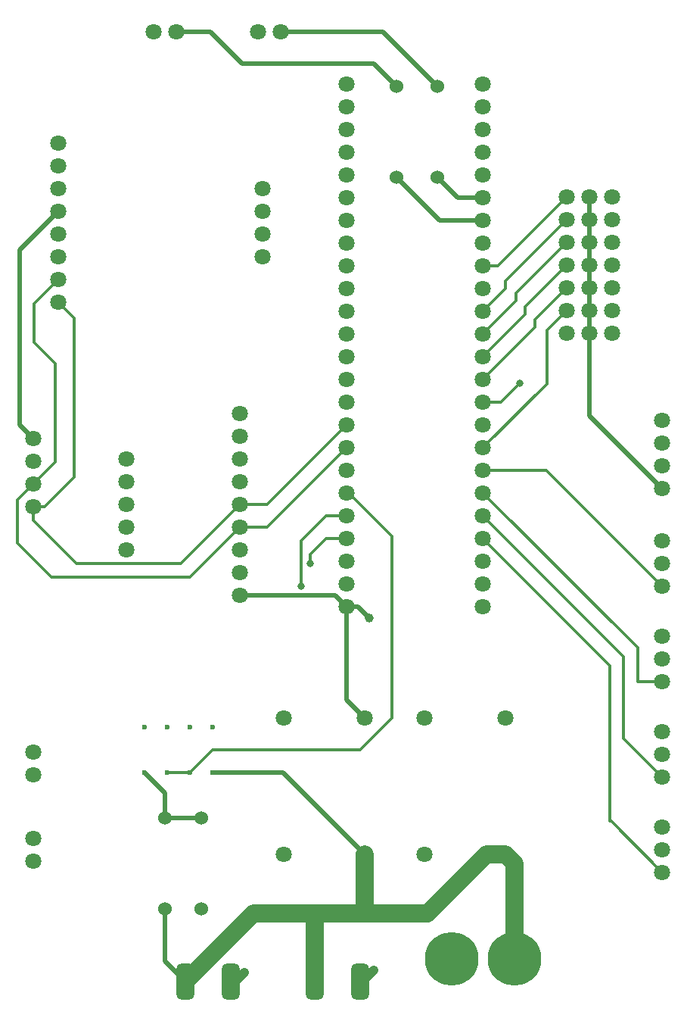
<source format=gtl>
%TF.GenerationSoftware,KiCad,Pcbnew,(6.0.9)*%
%TF.CreationDate,2023-02-25T10:50:01-08:00*%
%TF.ProjectId,FlightBread,466c6967-6874-4427-9265-61642e6b6963,rev?*%
%TF.SameCoordinates,Original*%
%TF.FileFunction,Copper,L1,Top*%
%TF.FilePolarity,Positive*%
%FSLAX46Y46*%
G04 Gerber Fmt 4.6, Leading zero omitted, Abs format (unit mm)*
G04 Created by KiCad (PCBNEW (6.0.9)) date 2023-02-25 10:50:01*
%MOMM*%
%LPD*%
G01*
G04 APERTURE LIST*
G04 Aperture macros list*
%AMRoundRect*
0 Rectangle with rounded corners*
0 $1 Rounding radius*
0 $2 $3 $4 $5 $6 $7 $8 $9 X,Y pos of 4 corners*
0 Add a 4 corners polygon primitive as box body*
4,1,4,$2,$3,$4,$5,$6,$7,$8,$9,$2,$3,0*
0 Add four circle primitives for the rounded corners*
1,1,$1+$1,$2,$3*
1,1,$1+$1,$4,$5*
1,1,$1+$1,$6,$7*
1,1,$1+$1,$8,$9*
0 Add four rect primitives between the rounded corners*
20,1,$1+$1,$2,$3,$4,$5,0*
20,1,$1+$1,$4,$5,$6,$7,0*
20,1,$1+$1,$6,$7,$8,$9,0*
20,1,$1+$1,$8,$9,$2,$3,0*%
G04 Aperture macros list end*
%TA.AperFunction,ComponentPad*%
%ADD10C,1.524000*%
%TD*%
%TA.AperFunction,ComponentPad*%
%ADD11C,1.800000*%
%TD*%
%TA.AperFunction,ComponentPad*%
%ADD12C,6.000000*%
%TD*%
%TA.AperFunction,ComponentPad*%
%ADD13C,0.600000*%
%TD*%
%TA.AperFunction,SMDPad,CuDef*%
%ADD14RoundRect,0.500000X-0.500000X-1.500000X0.500000X-1.500000X0.500000X1.500000X-0.500000X1.500000X0*%
%TD*%
%TA.AperFunction,ViaPad*%
%ADD15C,0.800000*%
%TD*%
%TA.AperFunction,ViaPad*%
%ADD16C,1.000000*%
%TD*%
%TA.AperFunction,Conductor*%
%ADD17C,0.300000*%
%TD*%
%TA.AperFunction,Conductor*%
%ADD18C,2.000000*%
%TD*%
%TA.AperFunction,Conductor*%
%ADD19C,0.500000*%
%TD*%
%TA.AperFunction,Conductor*%
%ADD20C,1.000000*%
%TD*%
G04 APERTURE END LIST*
D10*
%TO.P,8V_BUCK1,1,VIN+*%
%TO.N,/BATT+*%
X104128000Y-158496000D03*
D11*
%TO.P,8V_BUCK1,2,VIN-*%
%TO.N,GND*%
X95008000Y-158496000D03*
%TO.P,8V_BUCK1,3,VOUT-*%
X95008000Y-143256000D03*
%TO.P,8V_BUCK1,4,VOUT+*%
%TO.N,+8V*%
X104128000Y-143256000D03*
%TD*%
D12*
%TO.P,BATT1,1,BATT+*%
%TO.N,/BATT+*%
X105100000Y-170180000D03*
%TO.P,BATT1,2,BATT-*%
%TO.N,GND*%
X98100000Y-170180000D03*
%TD*%
D10*
%TO.P,R2,1*%
%TO.N,Net-(LM358-Pad1)*%
X70104000Y-154432000D03*
%TO.P,R2,2*%
%TO.N,GND*%
X70104000Y-164592000D03*
%TD*%
%TO.P,R3,1*%
%TO.N,Net-(R3-Pad1)*%
X91948000Y-72644000D03*
%TO.P,R3,2*%
%TO.N,/BLUE_LED*%
X91948000Y-82804000D03*
%TD*%
%TO.P,5V_BUCK1,1,VIN+*%
%TO.N,/BATT+*%
X88380000Y-158496000D03*
D11*
%TO.P,5V_BUCK1,2,VIN-*%
%TO.N,GND*%
X79260000Y-158496000D03*
%TO.P,5V_BUCK1,3,VOUT-*%
X79260000Y-143256000D03*
%TO.P,5V_BUCK1,4,VOUT+*%
%TO.N,+5V*%
X88380000Y-143256000D03*
%TD*%
%TO.P,M2_SIGNAL1,1,S+*%
%TO.N,/M2_Signal*%
X51308000Y-156718000D03*
%TO.P,M2_SIGNAL1,2,S-*%
%TO.N,GND*%
X51308000Y-159258000D03*
%TD*%
%TO.P,RADIO1,1,CH1*%
%TO.N,/CH1*%
X110999425Y-84963000D03*
%TO.P,RADIO1,2,CH2*%
%TO.N,/CH2*%
X110999425Y-87503000D03*
%TO.P,RADIO1,3,CH3*%
%TO.N,/CH3*%
X110999425Y-90043000D03*
%TO.P,RADIO1,4,CH4*%
%TO.N,/CH4*%
X110999425Y-92583000D03*
%TO.P,RADIO1,5,CH5*%
%TO.N,/CH5*%
X110999425Y-95123000D03*
%TO.P,RADIO1,6,CH6*%
%TO.N,/CH6*%
X110999425Y-97663000D03*
%TO.P,RADIO1,7,B\u002A*%
%TO.N,unconnected-(RADIO1-Pad7)*%
X110999425Y-100203000D03*
%TO.P,RADIO1,8,VCC*%
%TO.N,+5V*%
X113539425Y-95123000D03*
X113539425Y-84963000D03*
X113539425Y-100203000D03*
X113539425Y-97663000D03*
X113539425Y-92583000D03*
X113539425Y-90043000D03*
X113539425Y-87503000D03*
%TO.P,RADIO1,9,GND*%
%TO.N,GND*%
X116079425Y-92583000D03*
X116079425Y-87503000D03*
X116079425Y-97663000D03*
X116079425Y-95123000D03*
X116079425Y-100203000D03*
X116079425Y-90043000D03*
X116079425Y-84963000D03*
%TD*%
D13*
%TO.P,LM358,1,+*%
%TO.N,Net-(LM358-Pad1)*%
X63754000Y-149352000D03*
%TO.P,LM358,2,-*%
%TO.N,/BATT_LEVEL*%
X66294000Y-149352000D03*
%TO.P,LM358,3*%
X68834000Y-149352000D03*
%TO.P,LM358,4,V+*%
%TO.N,/BATT+*%
X71374000Y-149352000D03*
%TO.P,LM358,5,V-*%
%TO.N,GND*%
X71374000Y-144272000D03*
%TO.P,LM358,6*%
%TO.N,N/C*%
X68834000Y-144272000D03*
%TO.P,LM358,7*%
X66294000Y-144272000D03*
%TO.P,LM358,8*%
X63754000Y-144272000D03*
%TD*%
D11*
%TO.P,SV3,1,PWM*%
%TO.N,/SV3_PWM*%
X121666000Y-139192000D03*
%TO.P,SV3,2,5V-8V*%
%TO.N,+8V*%
X121666000Y-136652000D03*
%TO.P,SV3,3,GND*%
%TO.N,GND*%
X121666000Y-134112000D03*
%TD*%
D10*
%TO.P,R4,1*%
%TO.N,Net-(RED1-Pad1)*%
X96520000Y-72644000D03*
%TO.P,R4,2*%
%TO.N,/RED_LED*%
X96520000Y-82804000D03*
%TD*%
D11*
%TO.P,SV1,1,PWM*%
%TO.N,/SV1_PWM*%
X121666000Y-160528000D03*
%TO.P,SV1,2,5V-8V*%
%TO.N,+8V*%
X121666000Y-157988000D03*
%TO.P,SV1,3,GND*%
%TO.N,GND*%
X121666000Y-155448000D03*
%TD*%
%TO.P,SV2,1,PWM*%
%TO.N,/SV2_PWM*%
X121666000Y-149860000D03*
%TO.P,SV2,2,5V-8V*%
%TO.N,+8V*%
X121666000Y-147320000D03*
%TO.P,SV2,3,GND*%
%TO.N,GND*%
X121666000Y-144780000D03*
%TD*%
%TO.P,TEENSY1,0,RX1*%
%TO.N,unconnected-(TEENSY1-Pad0)*%
X101600000Y-128270000D03*
%TO.P,TEENSY1,1,TX1*%
%TO.N,unconnected-(TEENSY1-Pad1)*%
X101600000Y-125730000D03*
%TO.P,TEENSY1,2*%
%TO.N,/SV1_PWM*%
X101600000Y-123190000D03*
%TO.P,TEENSY1,3*%
%TO.N,/SV2_PWM*%
X101600000Y-120650000D03*
%TO.P,TEENSY1,4*%
%TO.N,/SV3_PWM*%
X101600000Y-118110000D03*
%TO.P,TEENSY1,5*%
%TO.N,/SV4_PWM*%
X101600000Y-115570000D03*
%TO.P,TEENSY1,6*%
%TO.N,/CH6*%
X101600000Y-113030000D03*
%TO.P,TEENSY1,7,RX2*%
%TO.N,/RX2*%
X101600000Y-110490000D03*
%TO.P,TEENSY1,8,TX2*%
%TO.N,/TX2*%
X101600000Y-107950000D03*
%TO.P,TEENSY1,9*%
%TO.N,/CH5*%
X101600000Y-105410000D03*
%TO.P,TEENSY1,10*%
%TO.N,/CH4*%
X101600000Y-102870000D03*
%TO.P,TEENSY1,11*%
%TO.N,/CH3*%
X101600000Y-100330000D03*
%TO.P,TEENSY1,12*%
%TO.N,/CH2*%
X101600000Y-97790000D03*
%TO.P,TEENSY1,13,SCK(LED)*%
%TO.N,unconnected-(TEENSY1-Pad13)*%
X86360000Y-97790000D03*
%TO.P,TEENSY1,14,A0*%
%TO.N,unconnected-(TEENSY1-Pad14)*%
X86360000Y-100330000D03*
%TO.P,TEENSY1,15,A1*%
%TO.N,unconnected-(TEENSY1-Pad15)*%
X86360000Y-102870000D03*
%TO.P,TEENSY1,16,SCL1*%
%TO.N,unconnected-(TEENSY1-Pad16)*%
X86360000Y-105410000D03*
%TO.P,TEENSY1,17,SDA1*%
%TO.N,unconnected-(TEENSY1-Pad17)*%
X86360000Y-107950000D03*
%TO.P,TEENSY1,18,SDA*%
%TO.N,/SDA*%
X86360000Y-110490000D03*
%TO.P,TEENSY1,19,SCL*%
%TO.N,/SCL*%
X86360000Y-113030000D03*
%TO.P,TEENSY1,20,A6*%
%TO.N,unconnected-(TEENSY1-Pad20)*%
X86360000Y-115570000D03*
%TO.P,TEENSY1,21,A7*%
%TO.N,/BATT_LEVEL*%
X86360000Y-118110000D03*
%TO.P,TEENSY1,22,A8*%
%TO.N,/M2_Signal*%
X86360000Y-120650000D03*
%TO.P,TEENSY1,23,A9*%
%TO.N,/M1_Signal*%
X86360000Y-123190000D03*
%TO.P,TEENSY1,24,A10(SCL2)*%
%TO.N,/CH1*%
X101600000Y-92710000D03*
%TO.P,TEENSY1,25,A11(SDA2)*%
%TO.N,unconnected-(TEENSY1-Pad25)*%
X101600000Y-90170000D03*
%TO.P,TEENSY1,26,A12*%
%TO.N,/BLUE_LED*%
X101600000Y-87630000D03*
%TO.P,TEENSY1,27,A13*%
%TO.N,/RED_LED*%
X101600000Y-85090000D03*
%TO.P,TEENSY1,28,RX7*%
%TO.N,unconnected-(TEENSY1-Pad28)*%
X101600000Y-82550000D03*
%TO.P,TEENSY1,29,TX7*%
%TO.N,unconnected-(TEENSY1-Pad29)*%
X101600000Y-80010000D03*
%TO.P,TEENSY1,30,CRX3*%
%TO.N,unconnected-(TEENSY1-Pad30)*%
X101600000Y-77470000D03*
%TO.P,TEENSY1,31,CTX3*%
%TO.N,unconnected-(TEENSY1-Pad31)*%
X101600000Y-74930000D03*
%TO.P,TEENSY1,32,OUT1B*%
%TO.N,unconnected-(TEENSY1-Pad32)*%
X101600000Y-72390000D03*
%TO.P,TEENSY1,33,MCLK2*%
%TO.N,unconnected-(TEENSY1-Pad33)*%
X86360000Y-72390000D03*
%TO.P,TEENSY1,34,RX8*%
%TO.N,unconnected-(TEENSY1-Pad34)*%
X86360000Y-74930000D03*
%TO.P,TEENSY1,35,TX8*%
%TO.N,unconnected-(TEENSY1-Pad35)*%
X86360000Y-77470000D03*
%TO.P,TEENSY1,36,CS*%
%TO.N,unconnected-(TEENSY1-Pad36)*%
X86360000Y-80010000D03*
%TO.P,TEENSY1,37,CS*%
%TO.N,unconnected-(TEENSY1-Pad37)*%
X86360000Y-82550000D03*
%TO.P,TEENSY1,38,A14*%
%TO.N,unconnected-(TEENSY1-Pad38)*%
X86360000Y-85090000D03*
%TO.P,TEENSY1,39,A15*%
%TO.N,unconnected-(TEENSY1-Pad39)*%
X86360000Y-87630000D03*
%TO.P,TEENSY1,40,A16*%
%TO.N,unconnected-(TEENSY1-Pad40)*%
X86360000Y-90170000D03*
%TO.P,TEENSY1,41,A17*%
%TO.N,unconnected-(TEENSY1-Pad41)*%
X86360000Y-92710000D03*
%TO.P,TEENSY1,43,GND*%
%TO.N,GND*%
X101600000Y-130810000D03*
%TO.P,TEENSY1,44,3.3v*%
%TO.N,unconnected-(TEENSY1-Pad44)*%
X101600000Y-95250000D03*
%TO.P,TEENSY1,45,Vin*%
%TO.N,+5V*%
X86360000Y-130810000D03*
%TO.P,TEENSY1,46,GND*%
%TO.N,GND*%
X86360000Y-128270000D03*
%TO.P,TEENSY1,47,3.3v(250ma)*%
%TO.N,+3.3V*%
X86360000Y-125730000D03*
%TO.P,TEENSY1,48,GND*%
%TO.N,GND*%
X86360000Y-95250000D03*
%TD*%
%TO.P,GPS1,1,NC*%
%TO.N,unconnected-(GPS1-Pad1)*%
X54102000Y-78994000D03*
%TO.P,GPS1,2,TXO*%
%TO.N,unconnected-(GPS1-Pad2)*%
X54102000Y-81534000D03*
%TO.P,GPS1,3,RXI*%
%TO.N,unconnected-(GPS1-Pad3)*%
X54102000Y-84074000D03*
%TO.P,GPS1,4,3V3*%
%TO.N,+3.3V*%
X54102000Y-86614000D03*
%TO.P,GPS1,5,NC*%
%TO.N,unconnected-(GPS1-Pad5)*%
X54102000Y-89154000D03*
%TO.P,GPS1,6,GND*%
%TO.N,GND*%
X54102000Y-91694000D03*
%TO.P,GPS1,7,SCL*%
%TO.N,/SCL*%
X54102000Y-94234000D03*
%TO.P,GPS1,8,SDA*%
%TO.N,/SDA*%
X54102000Y-96774000D03*
%TO.P,GPS1,9,INT*%
%TO.N,unconnected-(GPS1-Pad9)*%
X76962000Y-84074000D03*
%TO.P,GPS1,10,RST*%
%TO.N,unconnected-(GPS1-Pad10)*%
X76962000Y-86614000D03*
%TO.P,GPS1,11,PPS*%
%TO.N,unconnected-(GPS1-Pad11)*%
X76962000Y-89154000D03*
%TO.P,GPS1,12,SFBOOT*%
%TO.N,unconnected-(GPS1-Pad12)*%
X76962000Y-91694000D03*
%TD*%
%TO.P,LIDAR1,1,+5V*%
%TO.N,+5V*%
X121666000Y-117602000D03*
%TO.P,LIDAR1,2,RXD*%
%TO.N,/TX2*%
X121666000Y-115062000D03*
%TO.P,LIDAR1,3,TXD*%
%TO.N,/RX2*%
X121666000Y-112522000D03*
%TO.P,LIDAR1,4,GND*%
%TO.N,GND*%
X121666000Y-109982000D03*
%TD*%
%TO.P,BLUE1,1,K*%
%TO.N,Net-(R3-Pad1)*%
X67310000Y-66548000D03*
%TO.P,BLUE1,2,A*%
%TO.N,GND*%
X64770000Y-66548000D03*
%TD*%
D10*
%TO.P,R1,1*%
%TO.N,/BATT+*%
X66040000Y-164592000D03*
%TO.P,R1,2*%
%TO.N,Net-(LM358-Pad1)*%
X66040000Y-154432000D03*
%TD*%
D11*
%TO.P,IMU1,1,VIN*%
%TO.N,+5V*%
X74422000Y-129540000D03*
%TO.P,IMU1,2,3Vo*%
%TO.N,unconnected-(IMU1-Pad2)*%
X74422000Y-127000000D03*
%TO.P,IMU1,3,GND*%
%TO.N,GND*%
X74422000Y-124460000D03*
%TO.P,IMU1,4,SCL*%
%TO.N,/SCL*%
X74422000Y-121920000D03*
%TO.P,IMU1,5,SDA*%
%TO.N,/SDA*%
X74422000Y-119380000D03*
%TO.P,IMU1,6,DO*%
%TO.N,unconnected-(IMU1-Pad6)*%
X74422000Y-116840000D03*
%TO.P,IMU1,7,CS*%
%TO.N,unconnected-(IMU1-Pad7)*%
X74422000Y-114300000D03*
%TO.P,IMU1,8,I1*%
%TO.N,unconnected-(IMU1-Pad8)*%
X74422000Y-111760000D03*
%TO.P,IMU1,9,I2*%
%TO.N,unconnected-(IMU1-Pad9)*%
X74422000Y-109220000D03*
%TO.P,IMU1,10,SCX*%
%TO.N,unconnected-(IMU1-Pad10)*%
X61722000Y-124460000D03*
%TO.P,IMU1,11,SDX*%
%TO.N,unconnected-(IMU1-Pad11)*%
X61722000Y-121920000D03*
%TO.P,IMU1,12,CS*%
%TO.N,unconnected-(IMU1-Pad12)*%
X61722000Y-119380000D03*
%TO.P,IMU1,13,DO*%
%TO.N,unconnected-(IMU1-Pad13)*%
X61722000Y-116840000D03*
%TO.P,IMU1,14,GND*%
%TO.N,GND*%
X61722000Y-114300000D03*
%TD*%
D14*
%TO.P,M2_POWER1,1,BATT+*%
%TO.N,/BATT+*%
X68326000Y-172720000D03*
%TO.P,M2_POWER1,2,BATT-*%
%TO.N,GND*%
X73406000Y-172720000D03*
%TD*%
D11*
%TO.P,M1_SIGNAL1,1,S+*%
%TO.N,/M1_Signal*%
X51308000Y-147066000D03*
%TO.P,M1_SIGNAL1,2,S-*%
%TO.N,GND*%
X51308000Y-149606000D03*
%TD*%
%TO.P,BARO1,1,3.3V*%
%TO.N,+3.3V*%
X51308000Y-112014000D03*
%TO.P,BARO1,2,GND*%
%TO.N,GND*%
X51308000Y-114554000D03*
%TO.P,BARO1,3,SCL*%
%TO.N,/SCL*%
X51308000Y-117094000D03*
%TO.P,BARO1,4,SDA*%
%TO.N,/SDA*%
X51308000Y-119634000D03*
%TD*%
D14*
%TO.P,M1_POWER1,1,BATT+*%
%TO.N,/BATT+*%
X82804000Y-172720000D03*
%TO.P,M1_POWER1,2,BATT-*%
%TO.N,GND*%
X87884000Y-172720000D03*
%TD*%
D11*
%TO.P,SV4,1,PWM*%
%TO.N,/SV4_PWM*%
X121666000Y-128524000D03*
%TO.P,SV4,2,5V-8V*%
%TO.N,+8V*%
X121666000Y-125984000D03*
%TO.P,SV4,3,GND*%
%TO.N,GND*%
X121666000Y-123444000D03*
%TD*%
%TO.P,RED1,1,K*%
%TO.N,Net-(RED1-Pad1)*%
X78994000Y-66548000D03*
%TO.P,RED1,2,A*%
%TO.N,GND*%
X76454000Y-66548000D03*
%TD*%
D15*
%TO.N,/TX2*%
X105740200Y-105791000D03*
%TO.N,GND*%
X74930000Y-171704000D03*
X89408000Y-171450000D03*
D16*
%TO.N,+5V*%
X88900000Y-132080000D03*
D15*
%TO.N,/M1_Signal*%
X82296000Y-125984000D03*
%TO.N,/M2_Signal*%
X81280000Y-128524000D03*
%TD*%
D17*
%TO.N,/SCL*%
X51384200Y-96951800D02*
X54102000Y-94234000D01*
X53771800Y-103606600D02*
X51384200Y-101219000D01*
X53771800Y-114630200D02*
X53771800Y-103606600D01*
X49530000Y-118872000D02*
X53771800Y-114630200D01*
X53340000Y-127508000D02*
X49530000Y-123698000D01*
X49530000Y-123698000D02*
X49530000Y-118872000D01*
X74422000Y-121920000D02*
X68834000Y-127508000D01*
X68834000Y-127508000D02*
X53340000Y-127508000D01*
X51384200Y-101219000D02*
X51384200Y-96951800D01*
%TO.N,/CH6*%
X108762800Y-99899625D02*
X110999425Y-97663000D01*
X108762800Y-105867200D02*
X108762800Y-99899625D01*
X101600000Y-113030000D02*
X108762800Y-105867200D01*
%TO.N,/SV3_PWM*%
X118897400Y-139192000D02*
X118922800Y-139166600D01*
X118897400Y-139217400D02*
X118897400Y-139192000D01*
X118922800Y-139192000D02*
X118897400Y-139217400D01*
X121666000Y-139192000D02*
X118922800Y-139192000D01*
X118897400Y-135407400D02*
X118897400Y-139217400D01*
X101600000Y-118110000D02*
X118897400Y-135407400D01*
D18*
%TO.N,/BATT+*%
X82804000Y-165557200D02*
X83261200Y-165100000D01*
X82804000Y-172720000D02*
X82804000Y-165557200D01*
X83261200Y-165100000D02*
X88392000Y-165100000D01*
X75946000Y-165100000D02*
X83261200Y-165100000D01*
D17*
%TO.N,/TX2*%
X103581200Y-107950000D02*
X105740200Y-105791000D01*
X101600000Y-107950000D02*
X103581200Y-107950000D01*
%TO.N,/SV2_PWM*%
X117322600Y-145516600D02*
X121666000Y-149860000D01*
X117322600Y-136347200D02*
X117322600Y-145516600D01*
X117297200Y-136347200D02*
X117322600Y-136347200D01*
X101600000Y-120650000D02*
X117297200Y-136347200D01*
%TO.N,/SV1_PWM*%
X115798600Y-154787600D02*
X115925600Y-154787600D01*
X115798600Y-137388600D02*
X115798600Y-154787600D01*
X101600000Y-123190000D02*
X115798600Y-137388600D01*
X115925600Y-154787600D02*
X121666000Y-160528000D01*
%TO.N,/CH5*%
X107442000Y-98680425D02*
X107442000Y-99568000D01*
X107442000Y-99568000D02*
X101600000Y-105410000D01*
X110999425Y-95123000D02*
X107442000Y-98680425D01*
%TO.N,/CH4*%
X106349800Y-98120200D02*
X101600000Y-102870000D01*
X106349800Y-97232625D02*
X106349800Y-98120200D01*
X110999425Y-92583000D02*
X106349800Y-97232625D01*
%TO.N,/CH3*%
X105308400Y-96621600D02*
X101600000Y-100330000D01*
X105308400Y-95734025D02*
X105308400Y-96621600D01*
X110999425Y-90043000D02*
X105308400Y-95734025D01*
%TO.N,/CH2*%
X104140000Y-95250000D02*
X104140000Y-94362425D01*
X104140000Y-94362425D02*
X110999425Y-87503000D01*
X101600000Y-97790000D02*
X104140000Y-95250000D01*
D18*
%TO.N,/BATT+*%
X105100000Y-159468000D02*
X104128000Y-158496000D01*
X105100000Y-170180000D02*
X105100000Y-159468000D01*
X101955600Y-158496000D02*
X104128000Y-158496000D01*
X95351600Y-165100000D02*
X101955600Y-158496000D01*
X88392000Y-165100000D02*
X95351600Y-165100000D01*
D17*
%TO.N,/SV1_PWM*%
X121666000Y-160528000D02*
X122428000Y-160528000D01*
%TO.N,/SV2_PWM*%
X121666000Y-149860000D02*
X122428000Y-149860000D01*
%TO.N,/SV3_PWM*%
X121666000Y-139192000D02*
X122428000Y-139192000D01*
%TO.N,/SV4_PWM*%
X108712000Y-115570000D02*
X121666000Y-128524000D01*
X101600000Y-115570000D02*
X108712000Y-115570000D01*
%TO.N,/CH1*%
X103252425Y-92710000D02*
X110999425Y-84963000D01*
X110999425Y-84963000D02*
X111761425Y-84963000D01*
X101600000Y-92710000D02*
X103252425Y-92710000D01*
%TO.N,/CH2*%
X110999425Y-87503000D02*
X111761425Y-87503000D01*
%TO.N,/CH3*%
X110999425Y-90043000D02*
X111761425Y-90043000D01*
%TO.N,/CH4*%
X110999425Y-92583000D02*
X111761425Y-92583000D01*
%TO.N,/CH5*%
X110999425Y-95123000D02*
X111761425Y-95123000D01*
%TO.N,/SDA*%
X52578000Y-119634000D02*
X51308000Y-119634000D01*
X51308000Y-119634000D02*
X51308000Y-121158000D01*
X54102000Y-96774000D02*
X55880000Y-98552000D01*
X67818000Y-125984000D02*
X74422000Y-119380000D01*
X55880000Y-116332000D02*
X52578000Y-119634000D01*
X51308000Y-121158000D02*
X56134000Y-125984000D01*
X74422000Y-119380000D02*
X77470000Y-119380000D01*
X56134000Y-125984000D02*
X67818000Y-125984000D01*
X55880000Y-98552000D02*
X55880000Y-116332000D01*
X77470000Y-119380000D02*
X86360000Y-110490000D01*
%TO.N,/SCL*%
X77470000Y-121920000D02*
X86360000Y-113030000D01*
X74422000Y-121920000D02*
X77470000Y-121920000D01*
D19*
%TO.N,/RED_LED*%
X98806000Y-85090000D02*
X96520000Y-82804000D01*
X101600000Y-85090000D02*
X98806000Y-85090000D01*
%TO.N,/BLUE_LED*%
X96774000Y-87630000D02*
X91948000Y-82804000D01*
X101600000Y-87630000D02*
X96774000Y-87630000D01*
D17*
%TO.N,/CH6*%
X110999425Y-97663000D02*
X111761425Y-97663000D01*
%TO.N,/BATT_LEVEL*%
X91440000Y-129540000D02*
X91440000Y-122936000D01*
X91440000Y-143256000D02*
X87884000Y-146812000D01*
X87884000Y-146812000D02*
X71374000Y-146812000D01*
X86614000Y-118110000D02*
X86360000Y-118110000D01*
X91440000Y-129540000D02*
X91440000Y-143256000D01*
X91440000Y-122936000D02*
X86614000Y-118110000D01*
X66294000Y-149352000D02*
X68834000Y-149352000D01*
X71374000Y-146812000D02*
X68834000Y-149352000D01*
D19*
%TO.N,GND*%
X73406000Y-172720000D02*
X73914000Y-172720000D01*
D20*
X73914000Y-172720000D02*
X74930000Y-171704000D01*
D19*
X87884000Y-172720000D02*
X88138000Y-172720000D01*
D20*
X88138000Y-172720000D02*
X89408000Y-171450000D01*
D19*
%TO.N,+5V*%
X113539425Y-109475425D02*
X113539425Y-84963000D01*
X86360000Y-130810000D02*
X85090000Y-129540000D01*
X86360000Y-141236000D02*
X86360000Y-130810000D01*
X121666000Y-117602000D02*
X113539425Y-109475425D01*
X86360000Y-130810000D02*
X87630000Y-130810000D01*
X88380000Y-143256000D02*
X86360000Y-141236000D01*
X87630000Y-130810000D02*
X88900000Y-132080000D01*
X85090000Y-129540000D02*
X74422000Y-129540000D01*
X121862000Y-117602000D02*
X121666000Y-117602000D01*
%TO.N,+3.3V*%
X51308000Y-112014000D02*
X49784000Y-110490000D01*
X49784000Y-110490000D02*
X49784000Y-90932000D01*
X49784000Y-90932000D02*
X54102000Y-86614000D01*
%TO.N,/BATT+*%
X66040000Y-170434000D02*
X66040000Y-164592000D01*
D18*
X88380000Y-165088000D02*
X88392000Y-165100000D01*
X88392000Y-165100000D02*
X88392000Y-158508000D01*
D19*
X71374000Y-149352000D02*
X79236000Y-149352000D01*
X68326000Y-172720000D02*
X66040000Y-170434000D01*
D18*
X88392000Y-158508000D02*
X88380000Y-158496000D01*
D19*
X79236000Y-149352000D02*
X88380000Y-158496000D01*
D18*
X68326000Y-172720000D02*
X75946000Y-165100000D01*
X88380000Y-158496000D02*
X88380000Y-165088000D01*
D19*
%TO.N,Net-(LM358-Pad1)*%
X66040000Y-151638000D02*
X63754000Y-149352000D01*
X66040000Y-154432000D02*
X70104000Y-154432000D01*
X66040000Y-154432000D02*
X66040000Y-151638000D01*
D17*
%TO.N,/M1_Signal*%
X82296000Y-125984000D02*
X82296000Y-124968000D01*
X84074000Y-123190000D02*
X86360000Y-123190000D01*
X82296000Y-124968000D02*
X84074000Y-123190000D01*
%TO.N,/M2_Signal*%
X81280000Y-128524000D02*
X81280000Y-123444000D01*
X84074000Y-120650000D02*
X86360000Y-120650000D01*
X81280000Y-123444000D02*
X84074000Y-120650000D01*
D19*
%TO.N,Net-(R3-Pad1)*%
X67310000Y-66548000D02*
X71120000Y-66548000D01*
X74676000Y-70104000D02*
X89408000Y-70104000D01*
X89408000Y-70104000D02*
X91948000Y-72644000D01*
X71120000Y-66548000D02*
X74676000Y-70104000D01*
%TO.N,Net-(RED1-Pad1)*%
X90424000Y-66548000D02*
X96520000Y-72644000D01*
X78994000Y-66548000D02*
X90424000Y-66548000D01*
%TD*%
M02*

</source>
